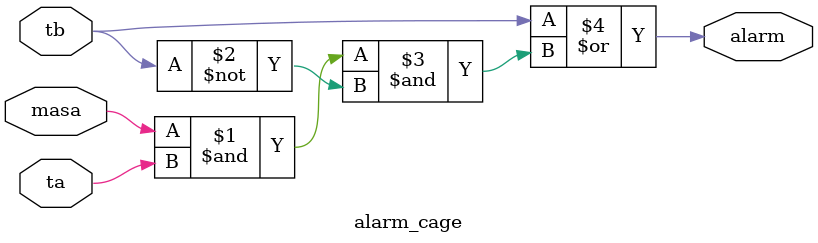
<source format=v>
`timescale 1ns / 1ps


module alarm_cage(
    input masa,
    input ta,
    input tb,
    output alarm
    );
 
assign alarm = tb | (masa&ta&~tb);
    
endmodule

</source>
